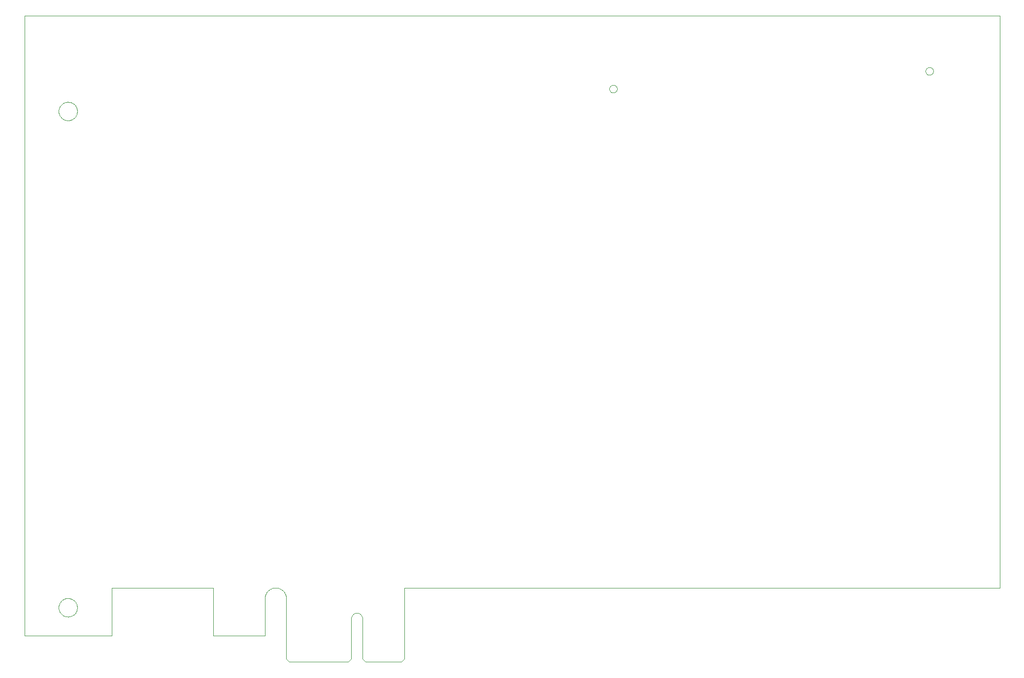
<source format=gko>
G75*
%MOIN*%
%OFA0B0*%
%FSLAX24Y24*%
%IPPOS*%
%LPD*%
%AMOC8*
5,1,8,0,0,1.08239X$1,22.5*
%
%ADD10C,0.0000*%
D10*
X004756Y001870D02*
X004756Y043860D01*
X070756Y043860D01*
X070756Y005120D01*
X030466Y005120D01*
X030466Y000300D01*
X030266Y000100D01*
X027831Y000100D01*
X027631Y000300D01*
X027631Y003035D01*
X027629Y003072D01*
X027624Y003108D01*
X027615Y003144D01*
X027602Y003179D01*
X027587Y003212D01*
X027568Y003243D01*
X027546Y003273D01*
X027521Y003300D01*
X027494Y003325D01*
X027464Y003347D01*
X027433Y003366D01*
X027400Y003381D01*
X027365Y003394D01*
X027329Y003403D01*
X027293Y003408D01*
X027256Y003410D01*
X027219Y003408D01*
X027183Y003403D01*
X027147Y003394D01*
X027112Y003381D01*
X027079Y003366D01*
X027048Y003347D01*
X027018Y003325D01*
X026991Y003300D01*
X026966Y003273D01*
X026944Y003243D01*
X026925Y003212D01*
X026910Y003179D01*
X026897Y003144D01*
X026888Y003108D01*
X026883Y003072D01*
X026881Y003035D01*
X026881Y000300D01*
X026681Y000100D01*
X022676Y000100D01*
X022476Y000300D01*
X022476Y004400D01*
X022474Y004451D01*
X022469Y004502D01*
X022460Y004553D01*
X022447Y004603D01*
X022431Y004652D01*
X022411Y004699D01*
X022388Y004745D01*
X022362Y004789D01*
X022332Y004831D01*
X022300Y004871D01*
X022265Y004909D01*
X022227Y004944D01*
X022187Y004976D01*
X022145Y005006D01*
X022101Y005032D01*
X022055Y005055D01*
X022008Y005075D01*
X021959Y005091D01*
X021909Y005104D01*
X021858Y005113D01*
X021807Y005118D01*
X021756Y005120D01*
X021705Y005118D01*
X021654Y005113D01*
X021603Y005104D01*
X021553Y005091D01*
X021504Y005075D01*
X021457Y005055D01*
X021411Y005032D01*
X021367Y005006D01*
X021325Y004976D01*
X021285Y004944D01*
X021247Y004909D01*
X021212Y004871D01*
X021180Y004831D01*
X021150Y004789D01*
X021124Y004745D01*
X021101Y004699D01*
X021081Y004652D01*
X021065Y004603D01*
X021052Y004553D01*
X021043Y004502D01*
X021038Y004451D01*
X021036Y004400D01*
X021036Y001870D01*
X017526Y001870D01*
X017526Y005120D01*
X010666Y005120D01*
X010666Y001870D01*
X004756Y001870D01*
X007081Y003780D02*
X007083Y003830D01*
X007089Y003879D01*
X007099Y003928D01*
X007112Y003975D01*
X007130Y004022D01*
X007151Y004067D01*
X007175Y004110D01*
X007203Y004151D01*
X007234Y004190D01*
X007268Y004226D01*
X007305Y004260D01*
X007345Y004290D01*
X007386Y004317D01*
X007430Y004341D01*
X007475Y004361D01*
X007522Y004377D01*
X007570Y004390D01*
X007619Y004399D01*
X007669Y004404D01*
X007718Y004405D01*
X007768Y004402D01*
X007817Y004395D01*
X007866Y004384D01*
X007913Y004370D01*
X007959Y004351D01*
X008004Y004329D01*
X008047Y004304D01*
X008087Y004275D01*
X008125Y004243D01*
X008161Y004209D01*
X008194Y004171D01*
X008223Y004131D01*
X008249Y004089D01*
X008272Y004045D01*
X008291Y003999D01*
X008307Y003952D01*
X008319Y003903D01*
X008327Y003854D01*
X008331Y003805D01*
X008331Y003755D01*
X008327Y003706D01*
X008319Y003657D01*
X008307Y003608D01*
X008291Y003561D01*
X008272Y003515D01*
X008249Y003471D01*
X008223Y003429D01*
X008194Y003389D01*
X008161Y003351D01*
X008125Y003317D01*
X008087Y003285D01*
X008047Y003256D01*
X008004Y003231D01*
X007959Y003209D01*
X007913Y003190D01*
X007866Y003176D01*
X007817Y003165D01*
X007768Y003158D01*
X007718Y003155D01*
X007669Y003156D01*
X007619Y003161D01*
X007570Y003170D01*
X007522Y003183D01*
X007475Y003199D01*
X007430Y003219D01*
X007386Y003243D01*
X007345Y003270D01*
X007305Y003300D01*
X007268Y003334D01*
X007234Y003370D01*
X007203Y003409D01*
X007175Y003450D01*
X007151Y003493D01*
X007130Y003538D01*
X007112Y003585D01*
X007099Y003632D01*
X007089Y003681D01*
X007083Y003730D01*
X007081Y003780D01*
X007081Y037400D02*
X007083Y037450D01*
X007089Y037499D01*
X007099Y037548D01*
X007112Y037595D01*
X007130Y037642D01*
X007151Y037687D01*
X007175Y037730D01*
X007203Y037771D01*
X007234Y037810D01*
X007268Y037846D01*
X007305Y037880D01*
X007345Y037910D01*
X007386Y037937D01*
X007430Y037961D01*
X007475Y037981D01*
X007522Y037997D01*
X007570Y038010D01*
X007619Y038019D01*
X007669Y038024D01*
X007718Y038025D01*
X007768Y038022D01*
X007817Y038015D01*
X007866Y038004D01*
X007913Y037990D01*
X007959Y037971D01*
X008004Y037949D01*
X008047Y037924D01*
X008087Y037895D01*
X008125Y037863D01*
X008161Y037829D01*
X008194Y037791D01*
X008223Y037751D01*
X008249Y037709D01*
X008272Y037665D01*
X008291Y037619D01*
X008307Y037572D01*
X008319Y037523D01*
X008327Y037474D01*
X008331Y037425D01*
X008331Y037375D01*
X008327Y037326D01*
X008319Y037277D01*
X008307Y037228D01*
X008291Y037181D01*
X008272Y037135D01*
X008249Y037091D01*
X008223Y037049D01*
X008194Y037009D01*
X008161Y036971D01*
X008125Y036937D01*
X008087Y036905D01*
X008047Y036876D01*
X008004Y036851D01*
X007959Y036829D01*
X007913Y036810D01*
X007866Y036796D01*
X007817Y036785D01*
X007768Y036778D01*
X007718Y036775D01*
X007669Y036776D01*
X007619Y036781D01*
X007570Y036790D01*
X007522Y036803D01*
X007475Y036819D01*
X007430Y036839D01*
X007386Y036863D01*
X007345Y036890D01*
X007305Y036920D01*
X007268Y036954D01*
X007234Y036990D01*
X007203Y037029D01*
X007175Y037070D01*
X007151Y037113D01*
X007130Y037158D01*
X007112Y037205D01*
X007099Y037252D01*
X007089Y037301D01*
X007083Y037350D01*
X007081Y037400D01*
X044344Y038919D02*
X044346Y038951D01*
X044352Y038982D01*
X044362Y039013D01*
X044375Y039042D01*
X044392Y039069D01*
X044412Y039094D01*
X044435Y039116D01*
X044460Y039136D01*
X044488Y039152D01*
X044518Y039164D01*
X044548Y039173D01*
X044580Y039178D01*
X044612Y039179D01*
X044644Y039176D01*
X044675Y039169D01*
X044705Y039158D01*
X044734Y039144D01*
X044761Y039126D01*
X044785Y039106D01*
X044807Y039082D01*
X044825Y039056D01*
X044840Y039028D01*
X044852Y038998D01*
X044860Y038967D01*
X044864Y038935D01*
X044864Y038903D01*
X044860Y038871D01*
X044852Y038840D01*
X044840Y038810D01*
X044825Y038782D01*
X044807Y038756D01*
X044785Y038732D01*
X044761Y038712D01*
X044734Y038694D01*
X044705Y038680D01*
X044675Y038669D01*
X044644Y038662D01*
X044612Y038659D01*
X044580Y038660D01*
X044548Y038665D01*
X044518Y038674D01*
X044488Y038686D01*
X044460Y038702D01*
X044435Y038722D01*
X044412Y038744D01*
X044392Y038769D01*
X044375Y038796D01*
X044362Y038825D01*
X044352Y038856D01*
X044346Y038887D01*
X044344Y038919D01*
X065744Y040119D02*
X065746Y040151D01*
X065752Y040182D01*
X065762Y040213D01*
X065775Y040242D01*
X065792Y040269D01*
X065812Y040294D01*
X065835Y040316D01*
X065860Y040336D01*
X065888Y040352D01*
X065918Y040364D01*
X065948Y040373D01*
X065980Y040378D01*
X066012Y040379D01*
X066044Y040376D01*
X066075Y040369D01*
X066105Y040358D01*
X066134Y040344D01*
X066161Y040326D01*
X066185Y040306D01*
X066207Y040282D01*
X066225Y040256D01*
X066240Y040228D01*
X066252Y040198D01*
X066260Y040167D01*
X066264Y040135D01*
X066264Y040103D01*
X066260Y040071D01*
X066252Y040040D01*
X066240Y040010D01*
X066225Y039982D01*
X066207Y039956D01*
X066185Y039932D01*
X066161Y039912D01*
X066134Y039894D01*
X066105Y039880D01*
X066075Y039869D01*
X066044Y039862D01*
X066012Y039859D01*
X065980Y039860D01*
X065948Y039865D01*
X065918Y039874D01*
X065888Y039886D01*
X065860Y039902D01*
X065835Y039922D01*
X065812Y039944D01*
X065792Y039969D01*
X065775Y039996D01*
X065762Y040025D01*
X065752Y040056D01*
X065746Y040087D01*
X065744Y040119D01*
M02*

</source>
